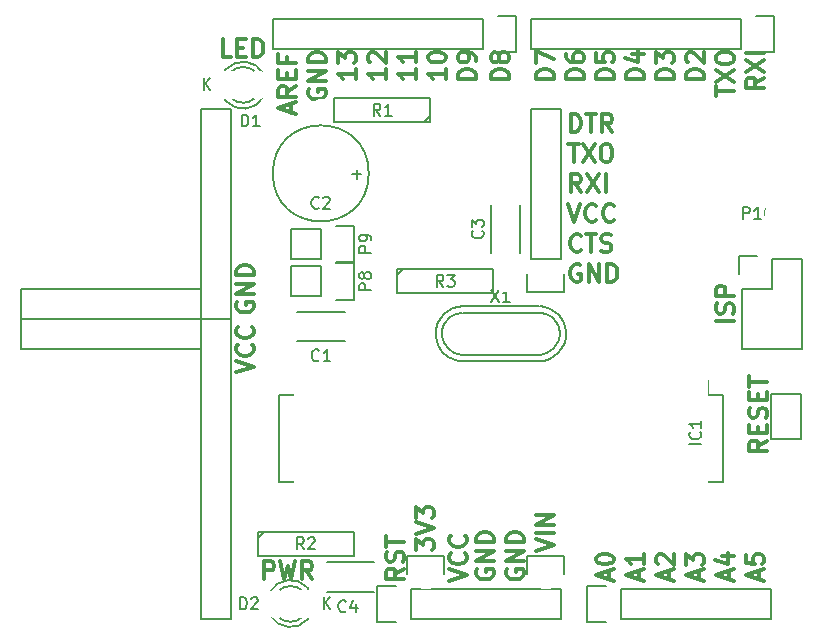
<source format=gto>
G04 #@! TF.FileFunction,Legend,Top*
%FSLAX46Y46*%
G04 Gerber Fmt 4.6, Leading zero omitted, Abs format (unit mm)*
G04 Created by KiCad (PCBNEW 4.0.3+e1-6302~38~ubuntu16.04.1-stable) date Sun Aug 28 00:05:30 2016*
%MOMM*%
%LPD*%
G01*
G04 APERTURE LIST*
%ADD10C,0.100000*%
%ADD11C,0.300000*%
%ADD12C,0.200000*%
%ADD13C,0.150000*%
%ADD14R,2.398980X2.398980*%
%ADD15C,2.398980*%
%ADD16O,2.000000X2.000000*%
%ADD17R,2.000000X2.000000*%
%ADD18O,2.051000X2.051000*%
%ADD19R,2.051000X2.051000*%
%ADD20C,2.000000*%
%ADD21R,2.400000X2.400000*%
%ADD22C,2.400000*%
%ADD23R,2.000000X2.700000*%
%ADD24O,2.000000X2.700000*%
%ADD25O,2.127200X2.432000*%
%ADD26R,2.432000X2.127200*%
%ADD27O,2.432000X2.127200*%
%ADD28O,2.635200X2.635200*%
%ADD29O,2.432000X2.432000*%
%ADD30R,2.432000X2.432000*%
%ADD31R,2.127200X2.127200*%
%ADD32O,2.127200X2.127200*%
%ADD33C,1.924000*%
%ADD34C,1.901140*%
%ADD35C,3.600000*%
G04 APERTURE END LIST*
D10*
D11*
X166890000Y-105029143D02*
X166818571Y-105172000D01*
X166818571Y-105386286D01*
X166890000Y-105600571D01*
X167032857Y-105743429D01*
X167175714Y-105814857D01*
X167461429Y-105886286D01*
X167675714Y-105886286D01*
X167961429Y-105814857D01*
X168104286Y-105743429D01*
X168247143Y-105600571D01*
X168318571Y-105386286D01*
X168318571Y-105243429D01*
X168247143Y-105029143D01*
X168175714Y-104957714D01*
X167675714Y-104957714D01*
X167675714Y-105243429D01*
X168318571Y-104314857D02*
X166818571Y-104314857D01*
X168318571Y-103457714D01*
X166818571Y-103457714D01*
X168318571Y-102743428D02*
X166818571Y-102743428D01*
X166818571Y-102386285D01*
X166890000Y-102172000D01*
X167032857Y-102029142D01*
X167175714Y-101957714D01*
X167461429Y-101886285D01*
X167675714Y-101886285D01*
X167961429Y-101957714D01*
X168104286Y-102029142D01*
X168247143Y-102172000D01*
X168318571Y-102386285D01*
X168318571Y-102743428D01*
X146101715Y-61638571D02*
X145387429Y-61638571D01*
X145387429Y-60138571D01*
X146601715Y-60852857D02*
X147101715Y-60852857D01*
X147316001Y-61638571D02*
X146601715Y-61638571D01*
X146601715Y-60138571D01*
X147316001Y-60138571D01*
X147958858Y-61638571D02*
X147958858Y-60138571D01*
X148316001Y-60138571D01*
X148530286Y-60210000D01*
X148673144Y-60352857D01*
X148744572Y-60495714D01*
X148816001Y-60781429D01*
X148816001Y-60995714D01*
X148744572Y-61281429D01*
X148673144Y-61424286D01*
X148530286Y-61567143D01*
X148316001Y-61638571D01*
X147958858Y-61638571D01*
X188638571Y-84014285D02*
X187138571Y-84014285D01*
X188567143Y-83371428D02*
X188638571Y-83157142D01*
X188638571Y-82799999D01*
X188567143Y-82657142D01*
X188495714Y-82585713D01*
X188352857Y-82514285D01*
X188210000Y-82514285D01*
X188067143Y-82585713D01*
X187995714Y-82657142D01*
X187924286Y-82799999D01*
X187852857Y-83085713D01*
X187781429Y-83228571D01*
X187710000Y-83299999D01*
X187567143Y-83371428D01*
X187424286Y-83371428D01*
X187281429Y-83299999D01*
X187210000Y-83228571D01*
X187138571Y-83085713D01*
X187138571Y-82728571D01*
X187210000Y-82514285D01*
X188638571Y-81871428D02*
X187138571Y-81871428D01*
X187138571Y-81300000D01*
X187210000Y-81157142D01*
X187281429Y-81085714D01*
X187424286Y-81014285D01*
X187638571Y-81014285D01*
X187781429Y-81085714D01*
X187852857Y-81157142D01*
X187924286Y-81300000D01*
X187924286Y-81871428D01*
X191432571Y-94126571D02*
X190718286Y-94626571D01*
X191432571Y-94983714D02*
X189932571Y-94983714D01*
X189932571Y-94412286D01*
X190004000Y-94269428D01*
X190075429Y-94198000D01*
X190218286Y-94126571D01*
X190432571Y-94126571D01*
X190575429Y-94198000D01*
X190646857Y-94269428D01*
X190718286Y-94412286D01*
X190718286Y-94983714D01*
X190646857Y-93483714D02*
X190646857Y-92983714D01*
X191432571Y-92769428D02*
X191432571Y-93483714D01*
X189932571Y-93483714D01*
X189932571Y-92769428D01*
X191361143Y-92198000D02*
X191432571Y-91983714D01*
X191432571Y-91626571D01*
X191361143Y-91483714D01*
X191289714Y-91412285D01*
X191146857Y-91340857D01*
X191004000Y-91340857D01*
X190861143Y-91412285D01*
X190789714Y-91483714D01*
X190718286Y-91626571D01*
X190646857Y-91912285D01*
X190575429Y-92055143D01*
X190504000Y-92126571D01*
X190361143Y-92198000D01*
X190218286Y-92198000D01*
X190075429Y-92126571D01*
X190004000Y-92055143D01*
X189932571Y-91912285D01*
X189932571Y-91555143D01*
X190004000Y-91340857D01*
X190646857Y-90698000D02*
X190646857Y-90198000D01*
X191432571Y-89983714D02*
X191432571Y-90698000D01*
X189932571Y-90698000D01*
X189932571Y-89983714D01*
X189932571Y-89555143D02*
X189932571Y-88698000D01*
X191432571Y-89126571D02*
X189932571Y-89126571D01*
X148876000Y-105834571D02*
X148876000Y-104334571D01*
X149447428Y-104334571D01*
X149590286Y-104406000D01*
X149661714Y-104477429D01*
X149733143Y-104620286D01*
X149733143Y-104834571D01*
X149661714Y-104977429D01*
X149590286Y-105048857D01*
X149447428Y-105120286D01*
X148876000Y-105120286D01*
X150233143Y-104334571D02*
X150590286Y-105834571D01*
X150876000Y-104763143D01*
X151161714Y-105834571D01*
X151518857Y-104334571D01*
X152947429Y-105834571D02*
X152447429Y-105120286D01*
X152090286Y-105834571D02*
X152090286Y-104334571D01*
X152661714Y-104334571D01*
X152804572Y-104406000D01*
X152876000Y-104477429D01*
X152947429Y-104620286D01*
X152947429Y-104834571D01*
X152876000Y-104977429D01*
X152804572Y-105048857D01*
X152661714Y-105120286D01*
X152090286Y-105120286D01*
X160698571Y-104957714D02*
X159984286Y-105457714D01*
X160698571Y-105814857D02*
X159198571Y-105814857D01*
X159198571Y-105243429D01*
X159270000Y-105100571D01*
X159341429Y-105029143D01*
X159484286Y-104957714D01*
X159698571Y-104957714D01*
X159841429Y-105029143D01*
X159912857Y-105100571D01*
X159984286Y-105243429D01*
X159984286Y-105814857D01*
X160627143Y-104386286D02*
X160698571Y-104172000D01*
X160698571Y-103814857D01*
X160627143Y-103672000D01*
X160555714Y-103600571D01*
X160412857Y-103529143D01*
X160270000Y-103529143D01*
X160127143Y-103600571D01*
X160055714Y-103672000D01*
X159984286Y-103814857D01*
X159912857Y-104100571D01*
X159841429Y-104243429D01*
X159770000Y-104314857D01*
X159627143Y-104386286D01*
X159484286Y-104386286D01*
X159341429Y-104314857D01*
X159270000Y-104243429D01*
X159198571Y-104100571D01*
X159198571Y-103743429D01*
X159270000Y-103529143D01*
X159198571Y-103100572D02*
X159198571Y-102243429D01*
X160698571Y-102672000D02*
X159198571Y-102672000D01*
X169430000Y-105029143D02*
X169358571Y-105172000D01*
X169358571Y-105386286D01*
X169430000Y-105600571D01*
X169572857Y-105743429D01*
X169715714Y-105814857D01*
X170001429Y-105886286D01*
X170215714Y-105886286D01*
X170501429Y-105814857D01*
X170644286Y-105743429D01*
X170787143Y-105600571D01*
X170858571Y-105386286D01*
X170858571Y-105243429D01*
X170787143Y-105029143D01*
X170715714Y-104957714D01*
X170215714Y-104957714D01*
X170215714Y-105243429D01*
X170858571Y-104314857D02*
X169358571Y-104314857D01*
X170858571Y-103457714D01*
X169358571Y-103457714D01*
X170858571Y-102743428D02*
X169358571Y-102743428D01*
X169358571Y-102386285D01*
X169430000Y-102172000D01*
X169572857Y-102029142D01*
X169715714Y-101957714D01*
X170001429Y-101886285D01*
X170215714Y-101886285D01*
X170501429Y-101957714D01*
X170644286Y-102029142D01*
X170787143Y-102172000D01*
X170858571Y-102386285D01*
X170858571Y-102743428D01*
X164532571Y-106029143D02*
X166032571Y-105529143D01*
X164532571Y-105029143D01*
X165889714Y-103672000D02*
X165961143Y-103743429D01*
X166032571Y-103957715D01*
X166032571Y-104100572D01*
X165961143Y-104314857D01*
X165818286Y-104457715D01*
X165675429Y-104529143D01*
X165389714Y-104600572D01*
X165175429Y-104600572D01*
X164889714Y-104529143D01*
X164746857Y-104457715D01*
X164604000Y-104314857D01*
X164532571Y-104100572D01*
X164532571Y-103957715D01*
X164604000Y-103743429D01*
X164675429Y-103672000D01*
X165889714Y-102172000D02*
X165961143Y-102243429D01*
X166032571Y-102457715D01*
X166032571Y-102600572D01*
X165961143Y-102814857D01*
X165818286Y-102957715D01*
X165675429Y-103029143D01*
X165389714Y-103100572D01*
X165175429Y-103100572D01*
X164889714Y-103029143D01*
X164746857Y-102957715D01*
X164604000Y-102814857D01*
X164532571Y-102600572D01*
X164532571Y-102457715D01*
X164604000Y-102243429D01*
X164675429Y-102172000D01*
X161738571Y-103417714D02*
X161738571Y-102489143D01*
X162310000Y-102989143D01*
X162310000Y-102774857D01*
X162381429Y-102632000D01*
X162452857Y-102560571D01*
X162595714Y-102489143D01*
X162952857Y-102489143D01*
X163095714Y-102560571D01*
X163167143Y-102632000D01*
X163238571Y-102774857D01*
X163238571Y-103203429D01*
X163167143Y-103346286D01*
X163095714Y-103417714D01*
X161738571Y-102060572D02*
X163238571Y-101560572D01*
X161738571Y-101060572D01*
X161738571Y-100703429D02*
X161738571Y-99774858D01*
X162310000Y-100274858D01*
X162310000Y-100060572D01*
X162381429Y-99917715D01*
X162452857Y-99846286D01*
X162595714Y-99774858D01*
X162952857Y-99774858D01*
X163095714Y-99846286D01*
X163167143Y-99917715D01*
X163238571Y-100060572D01*
X163238571Y-100489144D01*
X163167143Y-100632001D01*
X163095714Y-100703429D01*
X171898571Y-103489143D02*
X173398571Y-102989143D01*
X171898571Y-102489143D01*
X173398571Y-101989143D02*
X171898571Y-101989143D01*
X173398571Y-101274857D02*
X171898571Y-101274857D01*
X173398571Y-100417714D01*
X171898571Y-100417714D01*
X178050000Y-105886286D02*
X178050000Y-105172000D01*
X178478571Y-106029143D02*
X176978571Y-105529143D01*
X178478571Y-105029143D01*
X176978571Y-104243429D02*
X176978571Y-104100572D01*
X177050000Y-103957715D01*
X177121429Y-103886286D01*
X177264286Y-103814857D01*
X177550000Y-103743429D01*
X177907143Y-103743429D01*
X178192857Y-103814857D01*
X178335714Y-103886286D01*
X178407143Y-103957715D01*
X178478571Y-104100572D01*
X178478571Y-104243429D01*
X178407143Y-104386286D01*
X178335714Y-104457715D01*
X178192857Y-104529143D01*
X177907143Y-104600572D01*
X177550000Y-104600572D01*
X177264286Y-104529143D01*
X177121429Y-104457715D01*
X177050000Y-104386286D01*
X176978571Y-104243429D01*
X180590000Y-105886286D02*
X180590000Y-105172000D01*
X181018571Y-106029143D02*
X179518571Y-105529143D01*
X181018571Y-105029143D01*
X181018571Y-103743429D02*
X181018571Y-104600572D01*
X181018571Y-104172000D02*
X179518571Y-104172000D01*
X179732857Y-104314857D01*
X179875714Y-104457715D01*
X179947143Y-104600572D01*
X183130000Y-105886286D02*
X183130000Y-105172000D01*
X183558571Y-106029143D02*
X182058571Y-105529143D01*
X183558571Y-105029143D01*
X182201429Y-104600572D02*
X182130000Y-104529143D01*
X182058571Y-104386286D01*
X182058571Y-104029143D01*
X182130000Y-103886286D01*
X182201429Y-103814857D01*
X182344286Y-103743429D01*
X182487143Y-103743429D01*
X182701429Y-103814857D01*
X183558571Y-104672000D01*
X183558571Y-103743429D01*
X185670000Y-105886286D02*
X185670000Y-105172000D01*
X186098571Y-106029143D02*
X184598571Y-105529143D01*
X186098571Y-105029143D01*
X184598571Y-104672000D02*
X184598571Y-103743429D01*
X185170000Y-104243429D01*
X185170000Y-104029143D01*
X185241429Y-103886286D01*
X185312857Y-103814857D01*
X185455714Y-103743429D01*
X185812857Y-103743429D01*
X185955714Y-103814857D01*
X186027143Y-103886286D01*
X186098571Y-104029143D01*
X186098571Y-104457715D01*
X186027143Y-104600572D01*
X185955714Y-104672000D01*
X188210000Y-105886286D02*
X188210000Y-105172000D01*
X188638571Y-106029143D02*
X187138571Y-105529143D01*
X188638571Y-105029143D01*
X187638571Y-103886286D02*
X188638571Y-103886286D01*
X187067143Y-104243429D02*
X188138571Y-104600572D01*
X188138571Y-103672000D01*
X190750000Y-105886286D02*
X190750000Y-105172000D01*
X191178571Y-106029143D02*
X189678571Y-105529143D01*
X191178571Y-105029143D01*
X189678571Y-103814857D02*
X189678571Y-104529143D01*
X190392857Y-104600572D01*
X190321429Y-104529143D01*
X190250000Y-104386286D01*
X190250000Y-104029143D01*
X190321429Y-103886286D01*
X190392857Y-103814857D01*
X190535714Y-103743429D01*
X190892857Y-103743429D01*
X191035714Y-103814857D01*
X191107143Y-103886286D01*
X191178571Y-104029143D01*
X191178571Y-104386286D01*
X191107143Y-104529143D01*
X191035714Y-104600572D01*
X175640857Y-79260000D02*
X175498000Y-79188571D01*
X175283714Y-79188571D01*
X175069429Y-79260000D01*
X174926571Y-79402857D01*
X174855143Y-79545714D01*
X174783714Y-79831429D01*
X174783714Y-80045714D01*
X174855143Y-80331429D01*
X174926571Y-80474286D01*
X175069429Y-80617143D01*
X175283714Y-80688571D01*
X175426571Y-80688571D01*
X175640857Y-80617143D01*
X175712286Y-80545714D01*
X175712286Y-80045714D01*
X175426571Y-80045714D01*
X176355143Y-80688571D02*
X176355143Y-79188571D01*
X177212286Y-80688571D01*
X177212286Y-79188571D01*
X177926572Y-80688571D02*
X177926572Y-79188571D01*
X178283715Y-79188571D01*
X178498000Y-79260000D01*
X178640858Y-79402857D01*
X178712286Y-79545714D01*
X178783715Y-79831429D01*
X178783715Y-80045714D01*
X178712286Y-80331429D01*
X178640858Y-80474286D01*
X178498000Y-80617143D01*
X178283715Y-80688571D01*
X177926572Y-80688571D01*
X175712286Y-78005714D02*
X175640857Y-78077143D01*
X175426571Y-78148571D01*
X175283714Y-78148571D01*
X175069429Y-78077143D01*
X174926571Y-77934286D01*
X174855143Y-77791429D01*
X174783714Y-77505714D01*
X174783714Y-77291429D01*
X174855143Y-77005714D01*
X174926571Y-76862857D01*
X175069429Y-76720000D01*
X175283714Y-76648571D01*
X175426571Y-76648571D01*
X175640857Y-76720000D01*
X175712286Y-76791429D01*
X176140857Y-76648571D02*
X176998000Y-76648571D01*
X176569429Y-78148571D02*
X176569429Y-76648571D01*
X177426571Y-78077143D02*
X177640857Y-78148571D01*
X177998000Y-78148571D01*
X178140857Y-78077143D01*
X178212286Y-78005714D01*
X178283714Y-77862857D01*
X178283714Y-77720000D01*
X178212286Y-77577143D01*
X178140857Y-77505714D01*
X177998000Y-77434286D01*
X177712286Y-77362857D01*
X177569428Y-77291429D01*
X177498000Y-77220000D01*
X177426571Y-77077143D01*
X177426571Y-76934286D01*
X177498000Y-76791429D01*
X177569428Y-76720000D01*
X177712286Y-76648571D01*
X178069428Y-76648571D01*
X178283714Y-76720000D01*
X174640857Y-74108571D02*
X175140857Y-75608571D01*
X175640857Y-74108571D01*
X176998000Y-75465714D02*
X176926571Y-75537143D01*
X176712285Y-75608571D01*
X176569428Y-75608571D01*
X176355143Y-75537143D01*
X176212285Y-75394286D01*
X176140857Y-75251429D01*
X176069428Y-74965714D01*
X176069428Y-74751429D01*
X176140857Y-74465714D01*
X176212285Y-74322857D01*
X176355143Y-74180000D01*
X176569428Y-74108571D01*
X176712285Y-74108571D01*
X176926571Y-74180000D01*
X176998000Y-74251429D01*
X178498000Y-75465714D02*
X178426571Y-75537143D01*
X178212285Y-75608571D01*
X178069428Y-75608571D01*
X177855143Y-75537143D01*
X177712285Y-75394286D01*
X177640857Y-75251429D01*
X177569428Y-74965714D01*
X177569428Y-74751429D01*
X177640857Y-74465714D01*
X177712285Y-74322857D01*
X177855143Y-74180000D01*
X178069428Y-74108571D01*
X178212285Y-74108571D01*
X178426571Y-74180000D01*
X178498000Y-74251429D01*
X175712286Y-73068571D02*
X175212286Y-72354286D01*
X174855143Y-73068571D02*
X174855143Y-71568571D01*
X175426571Y-71568571D01*
X175569429Y-71640000D01*
X175640857Y-71711429D01*
X175712286Y-71854286D01*
X175712286Y-72068571D01*
X175640857Y-72211429D01*
X175569429Y-72282857D01*
X175426571Y-72354286D01*
X174855143Y-72354286D01*
X176212286Y-71568571D02*
X177212286Y-73068571D01*
X177212286Y-71568571D02*
X176212286Y-73068571D01*
X177783714Y-73068571D02*
X177783714Y-71568571D01*
X174640857Y-69028571D02*
X175498000Y-69028571D01*
X175069429Y-70528571D02*
X175069429Y-69028571D01*
X175855143Y-69028571D02*
X176855143Y-70528571D01*
X176855143Y-69028571D02*
X175855143Y-70528571D01*
X177712285Y-69028571D02*
X177997999Y-69028571D01*
X178140857Y-69100000D01*
X178283714Y-69242857D01*
X178355142Y-69528571D01*
X178355142Y-70028571D01*
X178283714Y-70314286D01*
X178140857Y-70457143D01*
X177997999Y-70528571D01*
X177712285Y-70528571D01*
X177569428Y-70457143D01*
X177426571Y-70314286D01*
X177355142Y-70028571D01*
X177355142Y-69528571D01*
X177426571Y-69242857D01*
X177569428Y-69100000D01*
X177712285Y-69028571D01*
X174855143Y-67988571D02*
X174855143Y-66488571D01*
X175212286Y-66488571D01*
X175426571Y-66560000D01*
X175569429Y-66702857D01*
X175640857Y-66845714D01*
X175712286Y-67131429D01*
X175712286Y-67345714D01*
X175640857Y-67631429D01*
X175569429Y-67774286D01*
X175426571Y-67917143D01*
X175212286Y-67988571D01*
X174855143Y-67988571D01*
X176140857Y-66488571D02*
X176998000Y-66488571D01*
X176569429Y-67988571D02*
X176569429Y-66488571D01*
X178355143Y-67988571D02*
X177855143Y-67274286D01*
X177498000Y-67988571D02*
X177498000Y-66488571D01*
X178069428Y-66488571D01*
X178212286Y-66560000D01*
X178283714Y-66631429D01*
X178355143Y-66774286D01*
X178355143Y-66988571D01*
X178283714Y-67131429D01*
X178212286Y-67202857D01*
X178069428Y-67274286D01*
X177498000Y-67274286D01*
D12*
X143510000Y-66040000D02*
X146050000Y-66040000D01*
D11*
X151126000Y-66356857D02*
X151126000Y-65642571D01*
X151554571Y-66499714D02*
X150054571Y-65999714D01*
X151554571Y-65499714D01*
X151554571Y-64142571D02*
X150840286Y-64642571D01*
X151554571Y-64999714D02*
X150054571Y-64999714D01*
X150054571Y-64428286D01*
X150126000Y-64285428D01*
X150197429Y-64214000D01*
X150340286Y-64142571D01*
X150554571Y-64142571D01*
X150697429Y-64214000D01*
X150768857Y-64285428D01*
X150840286Y-64428286D01*
X150840286Y-64999714D01*
X150768857Y-63499714D02*
X150768857Y-62999714D01*
X151554571Y-62785428D02*
X151554571Y-63499714D01*
X150054571Y-63499714D01*
X150054571Y-62785428D01*
X150768857Y-61642571D02*
X150768857Y-62142571D01*
X151554571Y-62142571D02*
X150054571Y-62142571D01*
X150054571Y-61428285D01*
X152666000Y-64388572D02*
X152594571Y-64531429D01*
X152594571Y-64745715D01*
X152666000Y-64960000D01*
X152808857Y-65102858D01*
X152951714Y-65174286D01*
X153237429Y-65245715D01*
X153451714Y-65245715D01*
X153737429Y-65174286D01*
X153880286Y-65102858D01*
X154023143Y-64960000D01*
X154094571Y-64745715D01*
X154094571Y-64602858D01*
X154023143Y-64388572D01*
X153951714Y-64317143D01*
X153451714Y-64317143D01*
X153451714Y-64602858D01*
X154094571Y-63674286D02*
X152594571Y-63674286D01*
X154094571Y-62817143D01*
X152594571Y-62817143D01*
X154094571Y-62102857D02*
X152594571Y-62102857D01*
X152594571Y-61745714D01*
X152666000Y-61531429D01*
X152808857Y-61388571D01*
X152951714Y-61317143D01*
X153237429Y-61245714D01*
X153451714Y-61245714D01*
X153737429Y-61317143D01*
X153880286Y-61388571D01*
X154023143Y-61531429D01*
X154094571Y-61745714D01*
X154094571Y-62102857D01*
X156634571Y-62674285D02*
X156634571Y-63531428D01*
X156634571Y-63102856D02*
X155134571Y-63102856D01*
X155348857Y-63245713D01*
X155491714Y-63388571D01*
X155563143Y-63531428D01*
X155134571Y-62174285D02*
X155134571Y-61245714D01*
X155706000Y-61745714D01*
X155706000Y-61531428D01*
X155777429Y-61388571D01*
X155848857Y-61317142D01*
X155991714Y-61245714D01*
X156348857Y-61245714D01*
X156491714Y-61317142D01*
X156563143Y-61388571D01*
X156634571Y-61531428D01*
X156634571Y-61960000D01*
X156563143Y-62102857D01*
X156491714Y-62174285D01*
X159174571Y-62674285D02*
X159174571Y-63531428D01*
X159174571Y-63102856D02*
X157674571Y-63102856D01*
X157888857Y-63245713D01*
X158031714Y-63388571D01*
X158103143Y-63531428D01*
X157817429Y-62102857D02*
X157746000Y-62031428D01*
X157674571Y-61888571D01*
X157674571Y-61531428D01*
X157746000Y-61388571D01*
X157817429Y-61317142D01*
X157960286Y-61245714D01*
X158103143Y-61245714D01*
X158317429Y-61317142D01*
X159174571Y-62174285D01*
X159174571Y-61245714D01*
X161714571Y-62674285D02*
X161714571Y-63531428D01*
X161714571Y-63102856D02*
X160214571Y-63102856D01*
X160428857Y-63245713D01*
X160571714Y-63388571D01*
X160643143Y-63531428D01*
X161714571Y-61245714D02*
X161714571Y-62102857D01*
X161714571Y-61674285D02*
X160214571Y-61674285D01*
X160428857Y-61817142D01*
X160571714Y-61960000D01*
X160643143Y-62102857D01*
X164254571Y-62674285D02*
X164254571Y-63531428D01*
X164254571Y-63102856D02*
X162754571Y-63102856D01*
X162968857Y-63245713D01*
X163111714Y-63388571D01*
X163183143Y-63531428D01*
X162754571Y-61745714D02*
X162754571Y-61602857D01*
X162826000Y-61460000D01*
X162897429Y-61388571D01*
X163040286Y-61317142D01*
X163326000Y-61245714D01*
X163683143Y-61245714D01*
X163968857Y-61317142D01*
X164111714Y-61388571D01*
X164183143Y-61460000D01*
X164254571Y-61602857D01*
X164254571Y-61745714D01*
X164183143Y-61888571D01*
X164111714Y-61960000D01*
X163968857Y-62031428D01*
X163683143Y-62102857D01*
X163326000Y-62102857D01*
X163040286Y-62031428D01*
X162897429Y-61960000D01*
X162826000Y-61888571D01*
X162754571Y-61745714D01*
X166794571Y-63531428D02*
X165294571Y-63531428D01*
X165294571Y-63174285D01*
X165366000Y-62960000D01*
X165508857Y-62817142D01*
X165651714Y-62745714D01*
X165937429Y-62674285D01*
X166151714Y-62674285D01*
X166437429Y-62745714D01*
X166580286Y-62817142D01*
X166723143Y-62960000D01*
X166794571Y-63174285D01*
X166794571Y-63531428D01*
X166794571Y-61960000D02*
X166794571Y-61674285D01*
X166723143Y-61531428D01*
X166651714Y-61460000D01*
X166437429Y-61317142D01*
X166151714Y-61245714D01*
X165580286Y-61245714D01*
X165437429Y-61317142D01*
X165366000Y-61388571D01*
X165294571Y-61531428D01*
X165294571Y-61817142D01*
X165366000Y-61960000D01*
X165437429Y-62031428D01*
X165580286Y-62102857D01*
X165937429Y-62102857D01*
X166080286Y-62031428D01*
X166151714Y-61960000D01*
X166223143Y-61817142D01*
X166223143Y-61531428D01*
X166151714Y-61388571D01*
X166080286Y-61317142D01*
X165937429Y-61245714D01*
X169588571Y-63531428D02*
X168088571Y-63531428D01*
X168088571Y-63174285D01*
X168160000Y-62960000D01*
X168302857Y-62817142D01*
X168445714Y-62745714D01*
X168731429Y-62674285D01*
X168945714Y-62674285D01*
X169231429Y-62745714D01*
X169374286Y-62817142D01*
X169517143Y-62960000D01*
X169588571Y-63174285D01*
X169588571Y-63531428D01*
X168731429Y-61817142D02*
X168660000Y-61960000D01*
X168588571Y-62031428D01*
X168445714Y-62102857D01*
X168374286Y-62102857D01*
X168231429Y-62031428D01*
X168160000Y-61960000D01*
X168088571Y-61817142D01*
X168088571Y-61531428D01*
X168160000Y-61388571D01*
X168231429Y-61317142D01*
X168374286Y-61245714D01*
X168445714Y-61245714D01*
X168588571Y-61317142D01*
X168660000Y-61388571D01*
X168731429Y-61531428D01*
X168731429Y-61817142D01*
X168802857Y-61960000D01*
X168874286Y-62031428D01*
X169017143Y-62102857D01*
X169302857Y-62102857D01*
X169445714Y-62031428D01*
X169517143Y-61960000D01*
X169588571Y-61817142D01*
X169588571Y-61531428D01*
X169517143Y-61388571D01*
X169445714Y-61317142D01*
X169302857Y-61245714D01*
X169017143Y-61245714D01*
X168874286Y-61317142D01*
X168802857Y-61388571D01*
X168731429Y-61531428D01*
X173398571Y-63531428D02*
X171898571Y-63531428D01*
X171898571Y-63174285D01*
X171970000Y-62960000D01*
X172112857Y-62817142D01*
X172255714Y-62745714D01*
X172541429Y-62674285D01*
X172755714Y-62674285D01*
X173041429Y-62745714D01*
X173184286Y-62817142D01*
X173327143Y-62960000D01*
X173398571Y-63174285D01*
X173398571Y-63531428D01*
X171898571Y-62174285D02*
X171898571Y-61174285D01*
X173398571Y-61817142D01*
X175938571Y-63531428D02*
X174438571Y-63531428D01*
X174438571Y-63174285D01*
X174510000Y-62960000D01*
X174652857Y-62817142D01*
X174795714Y-62745714D01*
X175081429Y-62674285D01*
X175295714Y-62674285D01*
X175581429Y-62745714D01*
X175724286Y-62817142D01*
X175867143Y-62960000D01*
X175938571Y-63174285D01*
X175938571Y-63531428D01*
X174438571Y-61388571D02*
X174438571Y-61674285D01*
X174510000Y-61817142D01*
X174581429Y-61888571D01*
X174795714Y-62031428D01*
X175081429Y-62102857D01*
X175652857Y-62102857D01*
X175795714Y-62031428D01*
X175867143Y-61960000D01*
X175938571Y-61817142D01*
X175938571Y-61531428D01*
X175867143Y-61388571D01*
X175795714Y-61317142D01*
X175652857Y-61245714D01*
X175295714Y-61245714D01*
X175152857Y-61317142D01*
X175081429Y-61388571D01*
X175010000Y-61531428D01*
X175010000Y-61817142D01*
X175081429Y-61960000D01*
X175152857Y-62031428D01*
X175295714Y-62102857D01*
X178478571Y-63531428D02*
X176978571Y-63531428D01*
X176978571Y-63174285D01*
X177050000Y-62960000D01*
X177192857Y-62817142D01*
X177335714Y-62745714D01*
X177621429Y-62674285D01*
X177835714Y-62674285D01*
X178121429Y-62745714D01*
X178264286Y-62817142D01*
X178407143Y-62960000D01*
X178478571Y-63174285D01*
X178478571Y-63531428D01*
X176978571Y-61317142D02*
X176978571Y-62031428D01*
X177692857Y-62102857D01*
X177621429Y-62031428D01*
X177550000Y-61888571D01*
X177550000Y-61531428D01*
X177621429Y-61388571D01*
X177692857Y-61317142D01*
X177835714Y-61245714D01*
X178192857Y-61245714D01*
X178335714Y-61317142D01*
X178407143Y-61388571D01*
X178478571Y-61531428D01*
X178478571Y-61888571D01*
X178407143Y-62031428D01*
X178335714Y-62102857D01*
X181018571Y-63531428D02*
X179518571Y-63531428D01*
X179518571Y-63174285D01*
X179590000Y-62960000D01*
X179732857Y-62817142D01*
X179875714Y-62745714D01*
X180161429Y-62674285D01*
X180375714Y-62674285D01*
X180661429Y-62745714D01*
X180804286Y-62817142D01*
X180947143Y-62960000D01*
X181018571Y-63174285D01*
X181018571Y-63531428D01*
X180018571Y-61388571D02*
X181018571Y-61388571D01*
X179447143Y-61745714D02*
X180518571Y-62102857D01*
X180518571Y-61174285D01*
X183558571Y-63531428D02*
X182058571Y-63531428D01*
X182058571Y-63174285D01*
X182130000Y-62960000D01*
X182272857Y-62817142D01*
X182415714Y-62745714D01*
X182701429Y-62674285D01*
X182915714Y-62674285D01*
X183201429Y-62745714D01*
X183344286Y-62817142D01*
X183487143Y-62960000D01*
X183558571Y-63174285D01*
X183558571Y-63531428D01*
X182058571Y-62174285D02*
X182058571Y-61245714D01*
X182630000Y-61745714D01*
X182630000Y-61531428D01*
X182701429Y-61388571D01*
X182772857Y-61317142D01*
X182915714Y-61245714D01*
X183272857Y-61245714D01*
X183415714Y-61317142D01*
X183487143Y-61388571D01*
X183558571Y-61531428D01*
X183558571Y-61960000D01*
X183487143Y-62102857D01*
X183415714Y-62174285D01*
X186098571Y-63531428D02*
X184598571Y-63531428D01*
X184598571Y-63174285D01*
X184670000Y-62960000D01*
X184812857Y-62817142D01*
X184955714Y-62745714D01*
X185241429Y-62674285D01*
X185455714Y-62674285D01*
X185741429Y-62745714D01*
X185884286Y-62817142D01*
X186027143Y-62960000D01*
X186098571Y-63174285D01*
X186098571Y-63531428D01*
X184741429Y-62102857D02*
X184670000Y-62031428D01*
X184598571Y-61888571D01*
X184598571Y-61531428D01*
X184670000Y-61388571D01*
X184741429Y-61317142D01*
X184884286Y-61245714D01*
X185027143Y-61245714D01*
X185241429Y-61317142D01*
X186098571Y-62174285D01*
X186098571Y-61245714D01*
X187138571Y-64960000D02*
X187138571Y-64102857D01*
X188638571Y-64531428D02*
X187138571Y-64531428D01*
X187138571Y-63745714D02*
X188638571Y-62745714D01*
X187138571Y-62745714D02*
X188638571Y-63745714D01*
X187138571Y-61888572D02*
X187138571Y-61602858D01*
X187210000Y-61460000D01*
X187352857Y-61317143D01*
X187638571Y-61245715D01*
X188138571Y-61245715D01*
X188424286Y-61317143D01*
X188567143Y-61460000D01*
X188638571Y-61602858D01*
X188638571Y-61888572D01*
X188567143Y-62031429D01*
X188424286Y-62174286D01*
X188138571Y-62245715D01*
X187638571Y-62245715D01*
X187352857Y-62174286D01*
X187210000Y-62031429D01*
X187138571Y-61888572D01*
X191178571Y-63388571D02*
X190464286Y-63888571D01*
X191178571Y-64245714D02*
X189678571Y-64245714D01*
X189678571Y-63674286D01*
X189750000Y-63531428D01*
X189821429Y-63460000D01*
X189964286Y-63388571D01*
X190178571Y-63388571D01*
X190321429Y-63460000D01*
X190392857Y-63531428D01*
X190464286Y-63674286D01*
X190464286Y-64245714D01*
X189678571Y-62888571D02*
X191178571Y-61888571D01*
X189678571Y-61888571D02*
X191178571Y-62888571D01*
X191178571Y-61317143D02*
X189678571Y-61317143D01*
D12*
X146050000Y-109220000D02*
X146050000Y-83820000D01*
X143510000Y-109220000D02*
X146050000Y-109220000D01*
X143510000Y-86360000D02*
X143510000Y-109220000D01*
X128270000Y-86360000D02*
X143510000Y-86360000D01*
X128270000Y-81280000D02*
X128270000Y-86360000D01*
X143510000Y-81280000D02*
X128270000Y-81280000D01*
X143510000Y-66040000D02*
X143510000Y-86360000D01*
X146050000Y-88900000D02*
X146050000Y-66040000D01*
X128270000Y-83820000D02*
X146050000Y-83820000D01*
D11*
X146498571Y-88360000D02*
X147998571Y-87860000D01*
X146498571Y-87360000D01*
X147855714Y-86002857D02*
X147927143Y-86074286D01*
X147998571Y-86288572D01*
X147998571Y-86431429D01*
X147927143Y-86645714D01*
X147784286Y-86788572D01*
X147641429Y-86860000D01*
X147355714Y-86931429D01*
X147141429Y-86931429D01*
X146855714Y-86860000D01*
X146712857Y-86788572D01*
X146570000Y-86645714D01*
X146498571Y-86431429D01*
X146498571Y-86288572D01*
X146570000Y-86074286D01*
X146641429Y-86002857D01*
X147855714Y-84502857D02*
X147927143Y-84574286D01*
X147998571Y-84788572D01*
X147998571Y-84931429D01*
X147927143Y-85145714D01*
X147784286Y-85288572D01*
X147641429Y-85360000D01*
X147355714Y-85431429D01*
X147141429Y-85431429D01*
X146855714Y-85360000D01*
X146712857Y-85288572D01*
X146570000Y-85145714D01*
X146498571Y-84931429D01*
X146498571Y-84788572D01*
X146570000Y-84574286D01*
X146641429Y-84502857D01*
X146570000Y-82422857D02*
X146498571Y-82565714D01*
X146498571Y-82780000D01*
X146570000Y-82994285D01*
X146712857Y-83137143D01*
X146855714Y-83208571D01*
X147141429Y-83280000D01*
X147355714Y-83280000D01*
X147641429Y-83208571D01*
X147784286Y-83137143D01*
X147927143Y-82994285D01*
X147998571Y-82780000D01*
X147998571Y-82637143D01*
X147927143Y-82422857D01*
X147855714Y-82351428D01*
X147355714Y-82351428D01*
X147355714Y-82637143D01*
X147998571Y-81708571D02*
X146498571Y-81708571D01*
X147998571Y-80851428D01*
X146498571Y-80851428D01*
X147998571Y-80137142D02*
X146498571Y-80137142D01*
X146498571Y-79779999D01*
X146570000Y-79565714D01*
X146712857Y-79422856D01*
X146855714Y-79351428D01*
X147141429Y-79279999D01*
X147355714Y-79279999D01*
X147641429Y-79351428D01*
X147784286Y-79422856D01*
X147927143Y-79565714D01*
X147998571Y-79779999D01*
X147998571Y-80137142D01*
D13*
X155690000Y-85705000D02*
X151690000Y-85705000D01*
X155690000Y-83205000D02*
X151690000Y-83205000D01*
X157734000Y-71501000D02*
G75*
G03X157734000Y-71501000I-4064000J0D01*
G01*
X168041000Y-78220000D02*
X168041000Y-74220000D01*
X170541000Y-78220000D02*
X170541000Y-74220000D01*
X154190000Y-104414000D02*
X158190000Y-104414000D01*
X154190000Y-106914000D02*
X158190000Y-106914000D01*
X145597000Y-65322000D02*
X145597000Y-65122000D01*
X145597000Y-62728000D02*
X145597000Y-62908000D01*
X148824744Y-63038357D02*
G75*
G03X145597000Y-62722000I-1727744J-1003643D01*
G01*
X148149006Y-62908932D02*
G75*
G03X146046000Y-62908000I-1052006J-1133068D01*
G01*
X145609780Y-65348726D02*
G75*
G03X148847000Y-65002000I1497220J1306726D01*
G01*
X146083111Y-65121253D02*
G75*
G03X148131000Y-65102000I1013889J1079253D01*
G01*
X152599000Y-106636000D02*
X152599000Y-106836000D01*
X152599000Y-109230000D02*
X152599000Y-109050000D01*
X149371256Y-108919643D02*
G75*
G03X152599000Y-109236000I1727744J1003643D01*
G01*
X150046994Y-109049068D02*
G75*
G03X152150000Y-109050000I1052006J1133068D01*
G01*
X152586220Y-106609274D02*
G75*
G03X149349000Y-106956000I-1497220J-1306726D01*
G01*
X152112889Y-106836747D02*
G75*
G03X150065000Y-106856000I-1013889J-1079253D01*
G01*
X187715000Y-90305000D02*
X186445000Y-90305000D01*
X187715000Y-97655000D02*
X186445000Y-97655000D01*
X150105000Y-97655000D02*
X151375000Y-97655000D01*
X150105000Y-90305000D02*
X151375000Y-90305000D01*
X187715000Y-90305000D02*
X187715000Y-97655000D01*
X150105000Y-90305000D02*
X150105000Y-97655000D01*
X186445000Y-90305000D02*
X186445000Y-89020000D01*
X161290000Y-106680000D02*
X173990000Y-106680000D01*
X173990000Y-106680000D02*
X173990000Y-109220000D01*
X173990000Y-109220000D02*
X161290000Y-109220000D01*
X158470000Y-106400000D02*
X160020000Y-106400000D01*
X161290000Y-106680000D02*
X161290000Y-109220000D01*
X160020000Y-109500000D02*
X158470000Y-109500000D01*
X158470000Y-109500000D02*
X158470000Y-106400000D01*
X179070000Y-106680000D02*
X191770000Y-106680000D01*
X191770000Y-106680000D02*
X191770000Y-109220000D01*
X191770000Y-109220000D02*
X179070000Y-109220000D01*
X176250000Y-106400000D02*
X177800000Y-106400000D01*
X179070000Y-106680000D02*
X179070000Y-109220000D01*
X177800000Y-109500000D02*
X176250000Y-109500000D01*
X176250000Y-109500000D02*
X176250000Y-106400000D01*
X171450000Y-78740000D02*
X171450000Y-66040000D01*
X171450000Y-66040000D02*
X173990000Y-66040000D01*
X173990000Y-66040000D02*
X173990000Y-78740000D01*
X171170000Y-81560000D02*
X171170000Y-80010000D01*
X171450000Y-78740000D02*
X173990000Y-78740000D01*
X174270000Y-80010000D02*
X174270000Y-81560000D01*
X174270000Y-81560000D02*
X171170000Y-81560000D01*
X189230000Y-60960000D02*
X171450000Y-60960000D01*
X171450000Y-60960000D02*
X171450000Y-58420000D01*
X171450000Y-58420000D02*
X189230000Y-58420000D01*
X192050000Y-61240000D02*
X190500000Y-61240000D01*
X189230000Y-60960000D02*
X189230000Y-58420000D01*
X190500000Y-58140000D02*
X192050000Y-58140000D01*
X192050000Y-58140000D02*
X192050000Y-61240000D01*
X167386000Y-60960000D02*
X149606000Y-60960000D01*
X149606000Y-60960000D02*
X149606000Y-58420000D01*
X149606000Y-58420000D02*
X167386000Y-58420000D01*
X170206000Y-61240000D02*
X168656000Y-61240000D01*
X167386000Y-60960000D02*
X167386000Y-58420000D01*
X168656000Y-58140000D02*
X170206000Y-58140000D01*
X170206000Y-58140000D02*
X170206000Y-61240000D01*
X164110000Y-103860000D02*
X164110000Y-105410000D01*
X161010000Y-105410000D02*
X161010000Y-103860000D01*
X161010000Y-103860000D02*
X164110000Y-103860000D01*
X161290000Y-106680000D02*
X163830000Y-106680000D01*
X174270000Y-103860000D02*
X174270000Y-105410000D01*
X171170000Y-105410000D02*
X171170000Y-103860000D01*
X171170000Y-103860000D02*
X174270000Y-103860000D01*
X171450000Y-106680000D02*
X173990000Y-106680000D01*
X153670000Y-81915000D02*
X151130000Y-81915000D01*
X156490000Y-82195000D02*
X154940000Y-82195000D01*
X153670000Y-81915000D02*
X153670000Y-79375000D01*
X154940000Y-79095000D02*
X156490000Y-79095000D01*
X156490000Y-79095000D02*
X156490000Y-82195000D01*
X153670000Y-79375000D02*
X151130000Y-79375000D01*
X151130000Y-79375000D02*
X151130000Y-81915000D01*
X153670000Y-78740000D02*
X151130000Y-78740000D01*
X156490000Y-79020000D02*
X154940000Y-79020000D01*
X153670000Y-78740000D02*
X153670000Y-76200000D01*
X154940000Y-75920000D02*
X156490000Y-75920000D01*
X156490000Y-75920000D02*
X156490000Y-79020000D01*
X153670000Y-76200000D02*
X151130000Y-76200000D01*
X151130000Y-76200000D02*
X151130000Y-78740000D01*
X189357000Y-81280000D02*
X189357000Y-86360000D01*
X189077000Y-78460000D02*
X190627000Y-78460000D01*
X191897000Y-78740000D02*
X191897000Y-81280000D01*
X191897000Y-81280000D02*
X189357000Y-81280000D01*
X189357000Y-86360000D02*
X194437000Y-86360000D01*
X194437000Y-86360000D02*
X194437000Y-81280000D01*
X189077000Y-78460000D02*
X189077000Y-80010000D01*
X194437000Y-78740000D02*
X191897000Y-78740000D01*
X194437000Y-81280000D02*
X194437000Y-78740000D01*
X163957000Y-66167000D02*
X162941000Y-66167000D01*
X162941000Y-66167000D02*
X162941000Y-67183000D01*
X162941000Y-67183000D02*
X154813000Y-67183000D01*
X154813000Y-67183000D02*
X154813000Y-65151000D01*
X154813000Y-65151000D02*
X162941000Y-65151000D01*
X162941000Y-65151000D02*
X162941000Y-66167000D01*
X162941000Y-66675000D02*
X162433000Y-67183000D01*
X153797000Y-66167000D02*
X154813000Y-66167000D01*
X147320000Y-102870000D02*
X148336000Y-102870000D01*
X148336000Y-102870000D02*
X148336000Y-101854000D01*
X148336000Y-101854000D02*
X156464000Y-101854000D01*
X156464000Y-101854000D02*
X156464000Y-103886000D01*
X156464000Y-103886000D02*
X148336000Y-103886000D01*
X148336000Y-103886000D02*
X148336000Y-102870000D01*
X148336000Y-102362000D02*
X148844000Y-101854000D01*
X157480000Y-102870000D02*
X156464000Y-102870000D01*
X159131000Y-80645000D02*
X160147000Y-80645000D01*
X160147000Y-80645000D02*
X160147000Y-79629000D01*
X160147000Y-79629000D02*
X168275000Y-79629000D01*
X168275000Y-79629000D02*
X168275000Y-81661000D01*
X168275000Y-81661000D02*
X160147000Y-81661000D01*
X160147000Y-81661000D02*
X160147000Y-80645000D01*
X160147000Y-80137000D02*
X160655000Y-79629000D01*
X169291000Y-80645000D02*
X168275000Y-80645000D01*
X191770000Y-90170000D02*
X191770000Y-93980000D01*
X191770000Y-93980000D02*
X194310000Y-93980000D01*
X194310000Y-93980000D02*
X194310000Y-90170000D01*
X194310000Y-90170000D02*
X191770000Y-90170000D01*
X173609000Y-84089240D02*
X173809660Y-84490560D01*
X173809660Y-84490560D02*
X173911260Y-85090000D01*
X173911260Y-85090000D02*
X173809660Y-85590380D01*
X173809660Y-85590380D02*
X173410880Y-86288880D01*
X173410880Y-86288880D02*
X172808900Y-86690200D01*
X172808900Y-86690200D02*
X172209460Y-86890860D01*
X172209460Y-86890860D02*
X165610540Y-86890860D01*
X165610540Y-86890860D02*
X164909500Y-86690200D01*
X164909500Y-86690200D02*
X164510720Y-86390480D01*
X164510720Y-86390480D02*
X164109400Y-85890100D01*
X164109400Y-85890100D02*
X163908740Y-85290660D01*
X163908740Y-85290660D02*
X163908740Y-84790280D01*
X163908740Y-84790280D02*
X164109400Y-84289900D01*
X164109400Y-84289900D02*
X164609780Y-83690460D01*
X164609780Y-83690460D02*
X165110160Y-83390740D01*
X165110160Y-83390740D02*
X165610540Y-83289140D01*
X165709600Y-83289140D02*
X172311060Y-83289140D01*
X172311060Y-83289140D02*
X172709840Y-83390740D01*
X172709840Y-83390740D02*
X173210220Y-83690460D01*
X173210220Y-83690460D02*
X173710600Y-84190840D01*
X165719760Y-82760820D02*
X165260020Y-82809080D01*
X165260020Y-82809080D02*
X164861240Y-82920840D01*
X164861240Y-82920840D02*
X164429440Y-83139280D01*
X164429440Y-83139280D02*
X164139880Y-83370420D01*
X164139880Y-83370420D02*
X163809680Y-83720940D01*
X163809680Y-83720940D02*
X163520120Y-84259420D01*
X163520120Y-84259420D02*
X163390580Y-84858860D01*
X163390580Y-84858860D02*
X163390580Y-85369400D01*
X163390580Y-85369400D02*
X163560760Y-86070440D01*
X163560760Y-86070440D02*
X163959540Y-86659720D01*
X163959540Y-86659720D02*
X164419280Y-87030560D01*
X164419280Y-87030560D02*
X164840920Y-87238840D01*
X164840920Y-87238840D02*
X165290500Y-87398860D01*
X165290500Y-87398860D02*
X165729920Y-87429340D01*
X173070520Y-87210900D02*
X173448980Y-86989920D01*
X173448980Y-86989920D02*
X173769020Y-86710520D01*
X173769020Y-86710520D02*
X174020480Y-86380320D01*
X174020480Y-86380320D02*
X174320200Y-85829140D01*
X174320200Y-85829140D02*
X174429420Y-85359240D01*
X174429420Y-85359240D02*
X174449740Y-84899500D01*
X174449740Y-84899500D02*
X174360840Y-84439760D01*
X174360840Y-84439760D02*
X174170340Y-83990180D01*
X174170340Y-83990180D02*
X173809660Y-83520280D01*
X173809660Y-83520280D02*
X173459140Y-83200240D01*
X173459140Y-83200240D02*
X173070520Y-82969100D01*
X173070520Y-82969100D02*
X172641260Y-82829400D01*
X172641260Y-82829400D02*
X172199300Y-82760820D01*
X165709600Y-87419180D02*
X172161200Y-87419180D01*
X172161200Y-87419180D02*
X172580300Y-87381080D01*
X172580300Y-87381080D02*
X173070520Y-87210900D01*
X165709600Y-82760820D02*
X172161200Y-82760820D01*
X153523334Y-87312143D02*
X153475715Y-87359762D01*
X153332858Y-87407381D01*
X153237620Y-87407381D01*
X153094762Y-87359762D01*
X152999524Y-87264524D01*
X152951905Y-87169286D01*
X152904286Y-86978810D01*
X152904286Y-86835952D01*
X152951905Y-86645476D01*
X152999524Y-86550238D01*
X153094762Y-86455000D01*
X153237620Y-86407381D01*
X153332858Y-86407381D01*
X153475715Y-86455000D01*
X153523334Y-86502619D01*
X154475715Y-87407381D02*
X153904286Y-87407381D01*
X154190000Y-87407381D02*
X154190000Y-86407381D01*
X154094762Y-86550238D01*
X153999524Y-86645476D01*
X153904286Y-86693095D01*
X153503334Y-74398143D02*
X153455715Y-74445762D01*
X153312858Y-74493381D01*
X153217620Y-74493381D01*
X153074762Y-74445762D01*
X152979524Y-74350524D01*
X152931905Y-74255286D01*
X152884286Y-74064810D01*
X152884286Y-73921952D01*
X152931905Y-73731476D01*
X152979524Y-73636238D01*
X153074762Y-73541000D01*
X153217620Y-73493381D01*
X153312858Y-73493381D01*
X153455715Y-73541000D01*
X153503334Y-73588619D01*
X153884286Y-73588619D02*
X153931905Y-73541000D01*
X154027143Y-73493381D01*
X154265239Y-73493381D01*
X154360477Y-73541000D01*
X154408096Y-73588619D01*
X154455715Y-73683857D01*
X154455715Y-73779095D01*
X154408096Y-73921952D01*
X153836667Y-74493381D01*
X154455715Y-74493381D01*
X156334508Y-71572429D02*
X157096413Y-71572429D01*
X156715461Y-71953381D02*
X156715461Y-71191476D01*
X167362143Y-76366666D02*
X167409762Y-76414285D01*
X167457381Y-76557142D01*
X167457381Y-76652380D01*
X167409762Y-76795238D01*
X167314524Y-76890476D01*
X167219286Y-76938095D01*
X167028810Y-76985714D01*
X166885952Y-76985714D01*
X166695476Y-76938095D01*
X166600238Y-76890476D01*
X166505000Y-76795238D01*
X166457381Y-76652380D01*
X166457381Y-76557142D01*
X166505000Y-76414285D01*
X166552619Y-76366666D01*
X166457381Y-76033333D02*
X166457381Y-75414285D01*
X166838333Y-75747619D01*
X166838333Y-75604761D01*
X166885952Y-75509523D01*
X166933571Y-75461904D01*
X167028810Y-75414285D01*
X167266905Y-75414285D01*
X167362143Y-75461904D01*
X167409762Y-75509523D01*
X167457381Y-75604761D01*
X167457381Y-75890476D01*
X167409762Y-75985714D01*
X167362143Y-76033333D01*
X155789334Y-108561143D02*
X155741715Y-108608762D01*
X155598858Y-108656381D01*
X155503620Y-108656381D01*
X155360762Y-108608762D01*
X155265524Y-108513524D01*
X155217905Y-108418286D01*
X155170286Y-108227810D01*
X155170286Y-108084952D01*
X155217905Y-107894476D01*
X155265524Y-107799238D01*
X155360762Y-107704000D01*
X155503620Y-107656381D01*
X155598858Y-107656381D01*
X155741715Y-107704000D01*
X155789334Y-107751619D01*
X156646477Y-107989714D02*
X156646477Y-108656381D01*
X156408381Y-107608762D02*
X156170286Y-108323048D01*
X156789334Y-108323048D01*
X146967905Y-67520381D02*
X146967905Y-66520381D01*
X147206000Y-66520381D01*
X147348858Y-66568000D01*
X147444096Y-66663238D01*
X147491715Y-66758476D01*
X147539334Y-66948952D01*
X147539334Y-67091810D01*
X147491715Y-67282286D01*
X147444096Y-67377524D01*
X147348858Y-67472762D01*
X147206000Y-67520381D01*
X146967905Y-67520381D01*
X148491715Y-67520381D02*
X147920286Y-67520381D01*
X148206000Y-67520381D02*
X148206000Y-66520381D01*
X148110762Y-66663238D01*
X148015524Y-66758476D01*
X147920286Y-66806095D01*
X143756095Y-64460381D02*
X143756095Y-63460381D01*
X144327524Y-64460381D02*
X143898952Y-63888952D01*
X144327524Y-63460381D02*
X143756095Y-64031810D01*
X146835905Y-108402381D02*
X146835905Y-107402381D01*
X147074000Y-107402381D01*
X147216858Y-107450000D01*
X147312096Y-107545238D01*
X147359715Y-107640476D01*
X147407334Y-107830952D01*
X147407334Y-107973810D01*
X147359715Y-108164286D01*
X147312096Y-108259524D01*
X147216858Y-108354762D01*
X147074000Y-108402381D01*
X146835905Y-108402381D01*
X147788286Y-107497619D02*
X147835905Y-107450000D01*
X147931143Y-107402381D01*
X148169239Y-107402381D01*
X148264477Y-107450000D01*
X148312096Y-107497619D01*
X148359715Y-107592857D01*
X148359715Y-107688095D01*
X148312096Y-107830952D01*
X147740667Y-108402381D01*
X148359715Y-108402381D01*
X153916095Y-108402381D02*
X153916095Y-107402381D01*
X154487524Y-108402381D02*
X154058952Y-107830952D01*
X154487524Y-107402381D02*
X153916095Y-107973810D01*
X185872381Y-94448190D02*
X184872381Y-94448190D01*
X185777143Y-93400571D02*
X185824762Y-93448190D01*
X185872381Y-93591047D01*
X185872381Y-93686285D01*
X185824762Y-93829143D01*
X185729524Y-93924381D01*
X185634286Y-93972000D01*
X185443810Y-94019619D01*
X185300952Y-94019619D01*
X185110476Y-93972000D01*
X185015238Y-93924381D01*
X184920000Y-93829143D01*
X184872381Y-93686285D01*
X184872381Y-93591047D01*
X184920000Y-93448190D01*
X184967619Y-93400571D01*
X185872381Y-92448190D02*
X185872381Y-93019619D01*
X185872381Y-92733905D02*
X184872381Y-92733905D01*
X185015238Y-92829143D01*
X185110476Y-92924381D01*
X185158095Y-93019619D01*
X157932381Y-81383095D02*
X156932381Y-81383095D01*
X156932381Y-81002142D01*
X156980000Y-80906904D01*
X157027619Y-80859285D01*
X157122857Y-80811666D01*
X157265714Y-80811666D01*
X157360952Y-80859285D01*
X157408571Y-80906904D01*
X157456190Y-81002142D01*
X157456190Y-81383095D01*
X157360952Y-80240238D02*
X157313333Y-80335476D01*
X157265714Y-80383095D01*
X157170476Y-80430714D01*
X157122857Y-80430714D01*
X157027619Y-80383095D01*
X156980000Y-80335476D01*
X156932381Y-80240238D01*
X156932381Y-80049761D01*
X156980000Y-79954523D01*
X157027619Y-79906904D01*
X157122857Y-79859285D01*
X157170476Y-79859285D01*
X157265714Y-79906904D01*
X157313333Y-79954523D01*
X157360952Y-80049761D01*
X157360952Y-80240238D01*
X157408571Y-80335476D01*
X157456190Y-80383095D01*
X157551429Y-80430714D01*
X157741905Y-80430714D01*
X157837143Y-80383095D01*
X157884762Y-80335476D01*
X157932381Y-80240238D01*
X157932381Y-80049761D01*
X157884762Y-79954523D01*
X157837143Y-79906904D01*
X157741905Y-79859285D01*
X157551429Y-79859285D01*
X157456190Y-79906904D01*
X157408571Y-79954523D01*
X157360952Y-80049761D01*
X157932381Y-78208095D02*
X156932381Y-78208095D01*
X156932381Y-77827142D01*
X156980000Y-77731904D01*
X157027619Y-77684285D01*
X157122857Y-77636666D01*
X157265714Y-77636666D01*
X157360952Y-77684285D01*
X157408571Y-77731904D01*
X157456190Y-77827142D01*
X157456190Y-78208095D01*
X157932381Y-77160476D02*
X157932381Y-76970000D01*
X157884762Y-76874761D01*
X157837143Y-76827142D01*
X157694286Y-76731904D01*
X157503810Y-76684285D01*
X157122857Y-76684285D01*
X157027619Y-76731904D01*
X156980000Y-76779523D01*
X156932381Y-76874761D01*
X156932381Y-77065238D01*
X156980000Y-77160476D01*
X157027619Y-77208095D01*
X157122857Y-77255714D01*
X157360952Y-77255714D01*
X157456190Y-77208095D01*
X157503810Y-77160476D01*
X157551429Y-77065238D01*
X157551429Y-76874761D01*
X157503810Y-76779523D01*
X157456190Y-76731904D01*
X157360952Y-76684285D01*
X189412714Y-75362381D02*
X189412714Y-74362381D01*
X189793667Y-74362381D01*
X189888905Y-74410000D01*
X189936524Y-74457619D01*
X189984143Y-74552857D01*
X189984143Y-74695714D01*
X189936524Y-74790952D01*
X189888905Y-74838571D01*
X189793667Y-74886190D01*
X189412714Y-74886190D01*
X190936524Y-75362381D02*
X190365095Y-75362381D01*
X190650809Y-75362381D02*
X190650809Y-74362381D01*
X190555571Y-74505238D01*
X190460333Y-74600476D01*
X190365095Y-74648095D01*
X191555571Y-74362381D02*
X191650810Y-74362381D01*
X191746048Y-74410000D01*
X191793667Y-74457619D01*
X191841286Y-74552857D01*
X191888905Y-74743333D01*
X191888905Y-74981429D01*
X191841286Y-75171905D01*
X191793667Y-75267143D01*
X191746048Y-75314762D01*
X191650810Y-75362381D01*
X191555571Y-75362381D01*
X191460333Y-75314762D01*
X191412714Y-75267143D01*
X191365095Y-75171905D01*
X191317476Y-74981429D01*
X191317476Y-74743333D01*
X191365095Y-74552857D01*
X191412714Y-74457619D01*
X191460333Y-74410000D01*
X191555571Y-74362381D01*
X158710334Y-66619381D02*
X158377000Y-66143190D01*
X158138905Y-66619381D02*
X158138905Y-65619381D01*
X158519858Y-65619381D01*
X158615096Y-65667000D01*
X158662715Y-65714619D01*
X158710334Y-65809857D01*
X158710334Y-65952714D01*
X158662715Y-66047952D01*
X158615096Y-66095571D01*
X158519858Y-66143190D01*
X158138905Y-66143190D01*
X159662715Y-66619381D02*
X159091286Y-66619381D01*
X159377000Y-66619381D02*
X159377000Y-65619381D01*
X159281762Y-65762238D01*
X159186524Y-65857476D01*
X159091286Y-65905095D01*
X152233334Y-103322381D02*
X151900000Y-102846190D01*
X151661905Y-103322381D02*
X151661905Y-102322381D01*
X152042858Y-102322381D01*
X152138096Y-102370000D01*
X152185715Y-102417619D01*
X152233334Y-102512857D01*
X152233334Y-102655714D01*
X152185715Y-102750952D01*
X152138096Y-102798571D01*
X152042858Y-102846190D01*
X151661905Y-102846190D01*
X152614286Y-102417619D02*
X152661905Y-102370000D01*
X152757143Y-102322381D01*
X152995239Y-102322381D01*
X153090477Y-102370000D01*
X153138096Y-102417619D01*
X153185715Y-102512857D01*
X153185715Y-102608095D01*
X153138096Y-102750952D01*
X152566667Y-103322381D01*
X153185715Y-103322381D01*
X164044334Y-81097381D02*
X163711000Y-80621190D01*
X163472905Y-81097381D02*
X163472905Y-80097381D01*
X163853858Y-80097381D01*
X163949096Y-80145000D01*
X163996715Y-80192619D01*
X164044334Y-80287857D01*
X164044334Y-80430714D01*
X163996715Y-80525952D01*
X163949096Y-80573571D01*
X163853858Y-80621190D01*
X163472905Y-80621190D01*
X164377667Y-80097381D02*
X164996715Y-80097381D01*
X164663381Y-80478333D01*
X164806239Y-80478333D01*
X164901477Y-80525952D01*
X164949096Y-80573571D01*
X164996715Y-80668810D01*
X164996715Y-80906905D01*
X164949096Y-81002143D01*
X164901477Y-81049762D01*
X164806239Y-81097381D01*
X164520524Y-81097381D01*
X164425286Y-81049762D01*
X164377667Y-81002143D01*
X168100476Y-81367381D02*
X168767143Y-82367381D01*
X168767143Y-81367381D02*
X168100476Y-82367381D01*
X169671905Y-82367381D02*
X169100476Y-82367381D01*
X169386190Y-82367381D02*
X169386190Y-81367381D01*
X169290952Y-81510238D01*
X169195714Y-81605476D01*
X169100476Y-81653095D01*
%LPC*%
D14*
X144780000Y-67310000D03*
X144780000Y-69850000D03*
X144780000Y-72390000D03*
X144780000Y-74930000D03*
X144780000Y-77470000D03*
X144780000Y-80010000D03*
D15*
X144780000Y-107950000D03*
X144780000Y-105410000D03*
X144780000Y-102870000D03*
X144780000Y-100330000D03*
X144780000Y-97790000D03*
X144780000Y-95250000D03*
X144780000Y-92710000D03*
X144780000Y-90170000D03*
X144780000Y-87630000D03*
D14*
X144780000Y-82550000D03*
X142240000Y-82550000D03*
X139700000Y-82550000D03*
X137160000Y-82550000D03*
X134620000Y-82550000D03*
X132080000Y-82550000D03*
D15*
X144780000Y-85090000D03*
X142240000Y-85090000D03*
X139700000Y-85090000D03*
X137160000Y-85090000D03*
X134620000Y-85090000D03*
X132080000Y-85090000D03*
X129540000Y-85090000D03*
D14*
X129540000Y-82550000D03*
D15*
X139700000Y-62230000D03*
X142240000Y-105410000D03*
X139700000Y-105410000D03*
X137160000Y-107950000D03*
X134620000Y-107950000D03*
X132080000Y-107950000D03*
X129540000Y-107950000D03*
X137160000Y-105410000D03*
X134620000Y-105410000D03*
X132080000Y-105410000D03*
X129540000Y-105410000D03*
X142240000Y-102870000D03*
X139700000Y-102870000D03*
X137160000Y-102870000D03*
X134620000Y-102870000D03*
X132080000Y-102870000D03*
X129540000Y-102870000D03*
X142240000Y-100330000D03*
X139700000Y-100330000D03*
X137160000Y-100330000D03*
X134620000Y-100330000D03*
X132080000Y-100330000D03*
X129540000Y-100330000D03*
X142240000Y-97790000D03*
X139700000Y-97790000D03*
X137160000Y-97790000D03*
X134620000Y-97790000D03*
X132080000Y-97790000D03*
X129540000Y-97790000D03*
X142240000Y-95250000D03*
X139700000Y-95250000D03*
X137160000Y-95250000D03*
X134620000Y-95250000D03*
X132080000Y-95250000D03*
X129540000Y-95250000D03*
X142240000Y-92710000D03*
X139700000Y-92710000D03*
X137160000Y-92710000D03*
X134620000Y-92710000D03*
X132080000Y-92710000D03*
X129540000Y-92710000D03*
X142240000Y-90170000D03*
X139700000Y-90170000D03*
X137160000Y-90170000D03*
X134620000Y-90170000D03*
X132080000Y-90170000D03*
X129540000Y-90170000D03*
X142240000Y-87630000D03*
X139700000Y-87630000D03*
X137160000Y-87630000D03*
X134620000Y-87630000D03*
X132080000Y-87630000D03*
X129540000Y-87630000D03*
X142240000Y-80010000D03*
X139700000Y-80010000D03*
X137160000Y-80010000D03*
X134620000Y-80010000D03*
X132080000Y-80010000D03*
X129540000Y-80010000D03*
X142240000Y-77470000D03*
X139700000Y-77470000D03*
X137160000Y-77470000D03*
X134620000Y-77470000D03*
X132080000Y-77470000D03*
X129540000Y-77470000D03*
X142240000Y-74930000D03*
X139700000Y-74930000D03*
X137160000Y-74930000D03*
X134620000Y-74930000D03*
X132080000Y-74930000D03*
X129540000Y-74930000D03*
X142240000Y-72390000D03*
X139700000Y-72390000D03*
X137160000Y-72390000D03*
X134620000Y-72390000D03*
X132080000Y-72390000D03*
X129540000Y-72390000D03*
X142240000Y-69850000D03*
X139700000Y-69850000D03*
X137160000Y-69850000D03*
X134620000Y-69850000D03*
X132080000Y-69850000D03*
X129540000Y-69850000D03*
X142240000Y-67310000D03*
X139700000Y-67310000D03*
X137160000Y-67310000D03*
X134620000Y-67310000D03*
X132080000Y-67310000D03*
X129540000Y-67310000D03*
X142240000Y-64770000D03*
X139700000Y-64770000D03*
X137160000Y-64770000D03*
X134620000Y-64770000D03*
X132080000Y-64770000D03*
X129540000Y-64770000D03*
X137160000Y-62230000D03*
X134620000Y-62230000D03*
X132080000Y-62230000D03*
X129540000Y-62230000D03*
X137160000Y-59690000D03*
X134620000Y-59690000D03*
X132080000Y-59690000D03*
D16*
X154940000Y-84455000D03*
D17*
X152440000Y-84455000D03*
D18*
X154940000Y-71501000D03*
D19*
X152400000Y-71501000D03*
D16*
X169291000Y-77470000D03*
D20*
X169291000Y-74970000D03*
D16*
X154940000Y-105664000D03*
D20*
X157440000Y-105664000D03*
D21*
X145796000Y-64008000D03*
D22*
X148336000Y-64008000D03*
D21*
X152400000Y-107950000D03*
D22*
X149860000Y-107950000D03*
D23*
X185420000Y-90170000D03*
D24*
X182880000Y-90170000D03*
X180340000Y-90170000D03*
X177800000Y-90170000D03*
X175260000Y-90170000D03*
X172720000Y-90170000D03*
X170180000Y-90170000D03*
X167640000Y-90170000D03*
X165100000Y-90170000D03*
X162560000Y-90170000D03*
X160020000Y-90170000D03*
X157480000Y-90170000D03*
X154940000Y-90170000D03*
X152400000Y-90170000D03*
X152400000Y-97790000D03*
X154940000Y-97790000D03*
X157480000Y-97790000D03*
X160020000Y-97790000D03*
X162560000Y-97790000D03*
X165100000Y-97790000D03*
X167640000Y-97790000D03*
X170180000Y-97790000D03*
X172720000Y-97790000D03*
X175260000Y-97790000D03*
X177800000Y-97790000D03*
X180340000Y-97790000D03*
X182880000Y-97790000D03*
X185420000Y-97790000D03*
D25*
X160020000Y-107950000D03*
X162560000Y-107950000D03*
X165100000Y-107950000D03*
X167640000Y-107950000D03*
X170180000Y-107950000D03*
X172720000Y-107950000D03*
X177800000Y-107950000D03*
X180340000Y-107950000D03*
X182880000Y-107950000D03*
X185420000Y-107950000D03*
X187960000Y-107950000D03*
X190500000Y-107950000D03*
D26*
X172720000Y-80010000D03*
D27*
X172720000Y-77470000D03*
X172720000Y-74930000D03*
X172720000Y-72390000D03*
X172720000Y-69850000D03*
X172720000Y-67310000D03*
D25*
X190500000Y-59690000D03*
X187960000Y-59690000D03*
X185420000Y-59690000D03*
X182880000Y-59690000D03*
X180340000Y-59690000D03*
X177800000Y-59690000D03*
X175260000Y-59690000D03*
X172720000Y-59690000D03*
X168656000Y-59690000D03*
X166116000Y-59690000D03*
X163576000Y-59690000D03*
X161036000Y-59690000D03*
X158496000Y-59690000D03*
X155956000Y-59690000D03*
X153416000Y-59690000D03*
X150876000Y-59690000D03*
D28*
X162560000Y-105410000D03*
X172720000Y-105410000D03*
D29*
X154940000Y-80645000D03*
D30*
X152400000Y-80645000D03*
D29*
X154940000Y-77470000D03*
D30*
X152400000Y-77470000D03*
D31*
X190627000Y-80010000D03*
D32*
X193167000Y-80010000D03*
X190627000Y-82550000D03*
X193167000Y-82550000D03*
X190627000Y-85090000D03*
X193167000Y-85090000D03*
D33*
X163957000Y-66167000D03*
X153797000Y-66167000D03*
X147320000Y-102870000D03*
X157480000Y-102870000D03*
X159131000Y-80645000D03*
X169291000Y-80645000D03*
D20*
X193040000Y-88900000D03*
X193040000Y-95400000D03*
D34*
X166469060Y-85090000D03*
X171350940Y-85090000D03*
X168910000Y-85090000D03*
D35*
X193040000Y-74930000D03*
X193040000Y-102870000D03*
X140970000Y-107950000D03*
X142240000Y-59690000D03*
D15*
X129540000Y-59690000D03*
M02*

</source>
